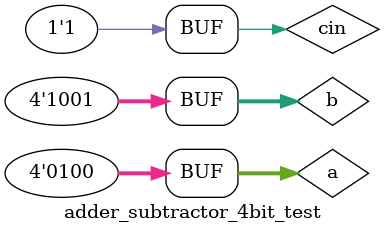
<source format=v>

/************ Design Code *********************/

`include "full_adder.sv"

module adder_subtractor_4bit(a,b,cin,res,cout);
  input [3:0]a,b;
  input cin;
  
  output[3:0] res;
  output cout;
  
  wire w0, w1,w2,w3,w4,w5,w6;
  
  // w0= b0 when cin =0  or (~b0) when cin is 1
  // w1= b1 when cin =0  or (~b1) when cin is 1
  // w2= b2 when cin =0  or (~b2) when cin is 1
  // w3= b3 when cin =0  or (~b3) when cin is 1
  
  xor x0(w0,b[0],cin);
  xor x1(w1,b[1],cin);
  xor x2(w2,b[2],cin);
  xor x3(w3,b[3],cin);
  
  full_adder f0 (a[0], w0, cin, res[0], w4);
  full_adder f1 (a[1], w1, w4,  res[1], w5);
  full_adder f2 (a[2], w2, w5,  res[2], w6);
  full_adder f3 (a[3], w3, w6,  res[3], cout);
endmodule


/******************** TestBench **********************/

module  adder_subtractor_4bit_test;
  reg [3:0]a,b;
  reg cin;
  
  wire[3:0] res;
  wire cout;
  
 adder_subtractor_4bit uut (a,b,cin,res,cout);
  
  //give the test cases
  initial
    begin
       a=4'b1101; b=4'b0110; cin=1'b0; //addition     res: 0011    1
  #10  a=4'b1101; b=4'b0110; cin=1'b1; //subtraction  res: 0111    1
  #10  a=4'b0100; b=4'b1001; cin=1'b0; //addition     res: 1101    0
  #10  a=4'b0100; b=4'b1001; cin=1'b1; //subtraction  res: 1011    0
    end
 
  initial
    $monitor($time, "   a=%b---b=%b---cin=%b---res=%b---cout=%b", a,b,cin,res,cout);
  
  initial
  begin
    $dumpfile("kathir.vcd");
    $dumpvars(0, adder_subtractor_4bit_test);
  end
  
endmodule
 
</source>
